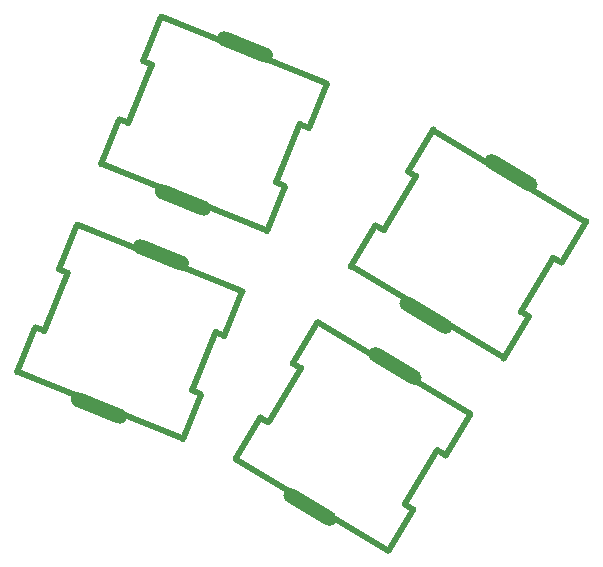
<source format=gbr>
%TF.GenerationSoftware,KiCad,Pcbnew,6.0.11-2627ca5db0~126~ubuntu22.04.1*%
%TF.CreationDate,2023-02-09T16:08:15-07:00*%
%TF.ProjectId,scaarix_flow_thumb_cluster,73636161-7269-4785-9f66-6c6f775f7468,v1.0.0*%
%TF.SameCoordinates,Original*%
%TF.FileFunction,Soldermask,Bot*%
%TF.FilePolarity,Negative*%
%FSLAX46Y46*%
G04 Gerber Fmt 4.6, Leading zero omitted, Abs format (unit mm)*
G04 Created by KiCad (PCBNEW 6.0.11-2627ca5db0~126~ubuntu22.04.1) date 2023-02-09 16:08:15*
%MOMM*%
%LPD*%
G01*
G04 APERTURE LIST*
G04 Aperture macros list*
%AMHorizOval*
0 Thick line with rounded ends*
0 $1 width*
0 $2 $3 position (X,Y) of the first rounded end (center of the circle)*
0 $4 $5 position (X,Y) of the second rounded end (center of the circle)*
0 Add line between two ends*
20,1,$1,$2,$3,$4,$5,0*
0 Add two circle primitives to create the rounded ends*
1,1,$1,$2,$3*
1,1,$1,$4,$5*%
G04 Aperture macros list end*
%ADD10HorizOval,0.508000X6.994490X-2.825957X-6.994490X2.825957X0*%
%ADD11HorizOval,0.508000X-0.761201X-1.884038X0.761201X1.884038X0*%
%ADD12HorizOval,0.508000X-0.999076X-2.472799X0.999076X2.472799X0*%
%ADD13HorizOval,1.270000X1.766285X-0.713626X-1.766285X0.713626X0*%
%ADD14HorizOval,0.508000X0.382695X-0.154619X-0.382695X0.154619X0*%
%ADD15HorizOval,0.508000X6.466299X-3.885344X-6.466299X3.885344X0*%
%ADD16HorizOval,0.508000X-1.046557X-1.741764X1.046557X1.741764X0*%
%ADD17HorizOval,0.508000X-1.373607X-2.286065X1.373607X2.286065X0*%
%ADD18HorizOval,1.270000X1.632904X-0.981148X-1.632904X0.981148X0*%
%ADD19HorizOval,0.508000X0.353796X-0.212582X-0.353796X0.212582X0*%
G04 APERTURE END LIST*
D10*
%TO.C,S25*%
X284938977Y-150330225D03*
X279896023Y-162811975D03*
D11*
X277171512Y-149383548D03*
X291184041Y-155044978D03*
X287663488Y-163758652D03*
X273650959Y-158097222D03*
D12*
X288658375Y-159092577D03*
X276176625Y-154049623D03*
D13*
X285034127Y-150094721D03*
X279800873Y-163047479D03*
D14*
X276793006Y-151422205D03*
X290040145Y-156774397D03*
X274794855Y-156367803D03*
X288041994Y-161719995D03*
%TD*%
D15*
%TO.C,S27*%
X307438221Y-160996107D03*
X300504779Y-172535293D03*
D16*
X299914479Y-158845986D03*
X312868849Y-166629756D03*
X308028521Y-174685414D03*
X295074151Y-166901644D03*
D17*
X309741093Y-170232421D03*
X298201907Y-163298979D03*
D18*
X307569041Y-160778386D03*
X300373959Y-172753014D03*
D19*
X299221718Y-160800332D03*
X311468495Y-168158938D03*
X296474505Y-165372462D03*
X308721282Y-172731068D03*
%TD*%
D10*
%TO.C,S24*%
X277821477Y-167946725D03*
X272778523Y-180428475D03*
D11*
X270054012Y-167000048D03*
X284066541Y-172661478D03*
X280545988Y-181375152D03*
X266533459Y-175713722D03*
D12*
X281540875Y-176709077D03*
X269059125Y-171666123D03*
D13*
X277916627Y-167711221D03*
X272683373Y-180663979D03*
D14*
X269675506Y-169038705D03*
X282922645Y-174390897D03*
X267677355Y-173984303D03*
X280924494Y-179336495D03*
%TD*%
D15*
%TO.C,S26*%
X297652521Y-177282307D03*
X290719079Y-188821493D03*
D16*
X290128779Y-175132186D03*
X303083149Y-182915956D03*
X298242821Y-190971614D03*
X285288451Y-183187844D03*
D17*
X299955393Y-186518621D03*
X288416207Y-179585179D03*
D18*
X297783341Y-177064586D03*
X290588259Y-189039214D03*
D19*
X289436018Y-177086532D03*
X301682795Y-184445138D03*
X286688805Y-181658662D03*
X298935582Y-189017268D03*
%TD*%
M02*

</source>
